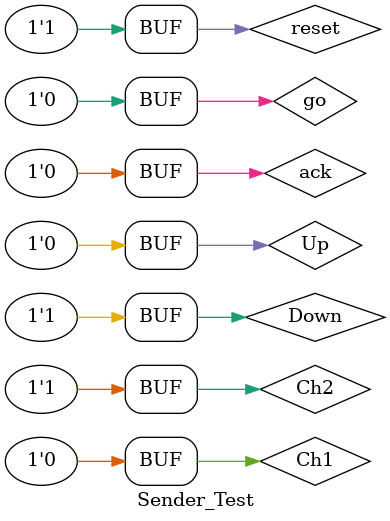
<source format=v>
`timescale 1ns / 1ps


module Sender_Test;

	// Inputs
	reg go;
	reg reset;
	reg Ch1;
	reg Ch2;
	reg Up;
	reg Down;
	reg ack;

	// Outputs
	wire bit0;
	wire bit1;

	// Instantiate the Unit Under Test (UUT)
	Sender uut (
		.go(go), 
		.reset(reset), 
		.Ch1(Ch1), 
		.Ch2(Ch2), 
		.Up(Up), 
		.Down(Down), 
		.ack(ack), 
		.bit0(bit0), 
		.bit1(bit1)
	);

	initial begin
		// Initialize Inputs
		go = 0;
		reset = 0;
		Ch1 = 0;
		Ch2 = 0;
		Up = 0;
		Down = 0;
		ack = 0;

		// Wait 100 ns for global reset to finish
		#100;
		reset = 1;
		#100;
		Ch2 = 1;
		Down = 1;
		#100;
		go = 1;
		
		#100;
		go = 0;
		ack = 1;
		#100;
		ack = 0;

		#100;
		ack = 1;
		#100;
		ack = 0;
		
		#100;
		ack = 1;
		#100;
		ack = 0;
		
		#100;
		ack = 1;
		#100;
		ack = 0;
		
		#100;
		ack = 1;
		#100;
		ack = 0;
		
		#100;
		ack = 1;
		#100;
		ack = 0;
		
		#100;
		ack = 1;
		#100;
		ack = 0;
		
		#100;
		ack = 1;
		#100;
		ack = 0;
		
		#100;
		ack = 1;
		#100;
		ack = 0;
		go = 0;
		#100;
		ack = 1;
		#100;
		ack = 0;
		
		#100;
		ack = 1;
		#100;
		ack = 0;
		
		#100;
		ack = 1;
		#100;
		ack = 0;
		
		
		#100;
		ack = 1;
		#100;
		ack = 0;
		
		#100;
		ack = 1;
		#100;
		ack = 0;
		
		#100;
		ack = 1;
		#100;
		ack = 0;
		
		#100;
		ack = 1;
		#100;
		ack = 0;
		
		#100;
		ack = 1;
		#100;
		ack = 0;
		
		#100;
		ack = 1;
		#100;
		ack = 0;
		
		#100;
		ack = 1;
		#100;
		ack = 0;
		
		#100;
		ack = 1;
		#100;
		ack = 0;
		
		#100;
		ack = 1;
		#100;
		ack = 0;
		
		#100;
		ack = 1;
		#100;
		ack = 0;
		
		#100;
		ack = 1;
		#100;
		ack = 0;
		
        
		// Add stimulus here

	end
      
endmodule


</source>
